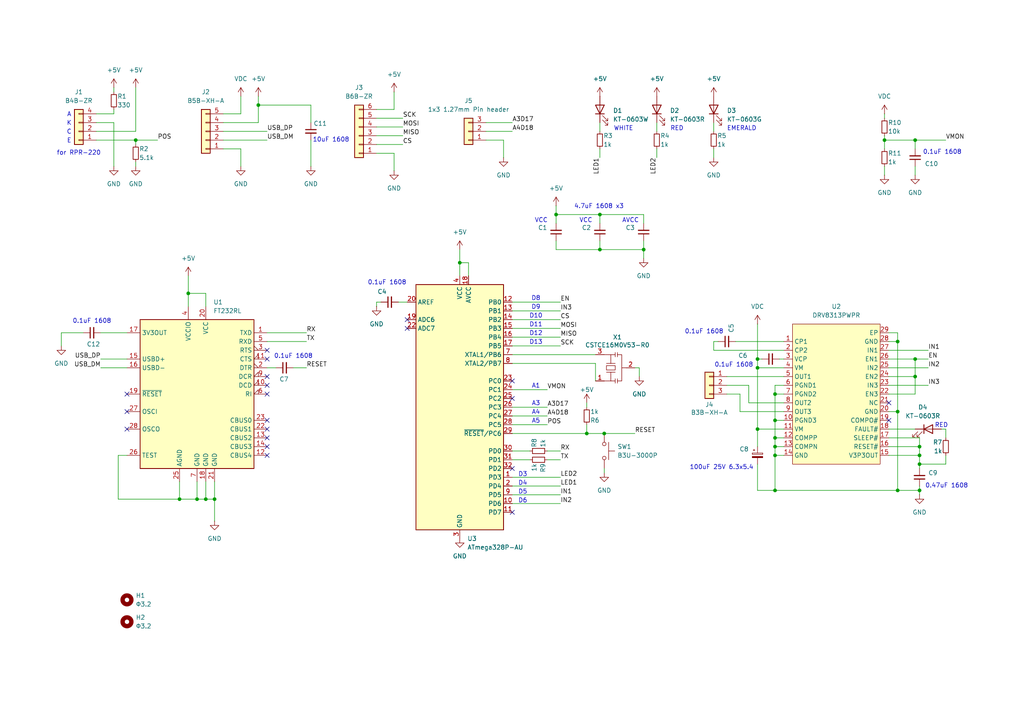
<source format=kicad_sch>
(kicad_sch (version 20231120) (generator "eeschema") (generator_version "8.0")
  (paper "A4")
  (lib_symbols
    (symbol "Arduino_Motor_Driver:DRV8313PWPR"
      (property "Reference" "U" (at 0 0 0))
      (symbol "DRV8313PWPR_1_1"
        (rectangle (start -12.7 21.59) (end 12.7 -19.05) (fill (type background)))
        (pin input line (at -15.24 16.51 0) (length 2.54) (name "CP1") (number "1"))
        (pin input line (at -15.24 -6.35 0) (length 2.54) (name "PGND3") (number "10"))
        (pin input line (at -15.24 -8.89 0) (length 2.54) (name "VM") (number "11"))
        (pin input line (at -15.24 -11.43 0) (length 2.54) (name "COMPP") (number "12"))
        (pin input line (at -15.24 -13.97 0) (length 2.54) (name "COMPN") (number "13"))
        (pin input line (at -15.24 -16.51 0) (length 2.54) (name "GND") (number "14"))
        (pin input line (at 15.24 -16.51 180) (length 2.54) (name "V3P3OUT") (number "15"))
        (pin input line (at 15.24 -13.97 180) (length 2.54) (name "RESET#") (number "16"))
        (pin input line (at 15.24 -11.43 180) (length 2.54) (name "SLEEP#") (number "17"))
        (pin input line (at 15.24 -8.89 180) (length 2.54) (name "FAULT#") (number "18"))
        (pin input line (at 15.24 -6.35 180) (length 2.54) (name "COMPO#") (number "19"))
        (pin input line (at -15.24 13.97 0) (length 2.54) (name "CP2") (number "2"))
        (pin input line (at 15.24 -3.81 180) (length 2.54) (name "GND") (number "20"))
        (pin input line (at 15.24 -1.27 180) (length 2.54) (name "NC") (number "21"))
        (pin input line (at 15.24 1.27 180) (length 2.54) (name "EN3") (number "22"))
        (pin input line (at 15.24 3.81 180) (length 2.54) (name "IN3") (number "23"))
        (pin input line (at 15.24 6.35 180) (length 2.54) (name "EN2") (number "24"))
        (pin input line (at 15.24 8.89 180) (length 2.54) (name "IN2") (number "25"))
        (pin input line (at 15.24 11.43 180) (length 2.54) (name "EN1") (number "26"))
        (pin input line (at 15.24 13.97 180) (length 2.54) (name "IN1") (number "27"))
        (pin input line (at 15.24 16.51 180) (length 2.54) (name "GND") (number "28"))
        (pin input line (at 15.24 19.05 180) (length 2.54) (name "EP") (number "29"))
        (pin input line (at -15.24 11.43 0) (length 2.54) (name "VCP") (number "3"))
        (pin input line (at -15.24 8.89 0) (length 2.54) (name "VM") (number "4"))
        (pin input line (at -15.24 6.35 0) (length 2.54) (name "OUT1") (number "5"))
        (pin input line (at -15.24 3.81 0) (length 2.54) (name "PGND1") (number "6"))
        (pin input line (at -15.24 1.27 0) (length 2.54) (name "PGND2") (number "7"))
        (pin input line (at -15.24 -1.27 0) (length 2.54) (name "OUT2") (number "8"))
        (pin input line (at -15.24 -3.81 0) (length 2.54) (name "OUT3") (number "9"))
      )
    )
    (symbol "Ceralock:CSTCE"
      (property "Reference" "X" (at 0 -8.636 0))
      (symbol "CSTCE_0_1"
        (rectangle (start -1.27 3.175) (end -1.27 0.635))
        (rectangle (start -0.635 3.175) (end 0.635 0.635))
        (polyline (pts (xy -4.445 0.635) (xy -3.175 0.635)))
        (polyline (pts (xy -3.81 1.905) (xy -3.81 0.635)))
        (polyline (pts (xy -3.175 0) (xy -4.445 0)))
        (polyline (pts (xy 0 -2.54) (xy 0 -1.27)))
        (polyline (pts (xy 3.175 0.635) (xy 4.445 0.635)))
        (polyline (pts (xy 3.81 0.635) (xy 3.81 1.905)))
        (polyline (pts (xy 4.445 0) (xy 3.175 0)))
        (polyline (pts (xy -3.81 3.81) (xy -3.81 1.905) (xy -1.27 1.905)))
        (polyline (pts (xy 1.27 1.905) (xy 3.81 1.905) (xy 3.81 3.81)))
        (polyline (pts (xy -3.81 0) (xy -3.81 -1.27) (xy 3.81 -1.27) (xy 3.81 0)))
        (rectangle (start 1.27 0.635) (end 1.27 3.175))
      )
      (symbol "CSTCE_1_1"
        (pin input line (at -3.81 6.35 270) (length 2.54) (name "") (number "1"))
        (pin power_in line (at 0 -5.08 90) (length 2.54) (name "") (number "2"))
        (pin output line (at 3.81 6.35 270) (length 2.54) (name "") (number "3"))
      )
    )
    (symbol "Connector_Generic:Conn_01x03" (pin_names (offset 1.016) hide)
      (property "Reference" "J" (at 0 5.08 0))
      (property "Value" "Conn_01x03" (at 0 -5.08 0))
      (symbol "Conn_01x03_1_1"
        (rectangle (start -1.27 -2.413) (end 0 -2.667) (stroke (width 0.1524)))
        (rectangle (start -1.27 0.127) (end 0 -0.127) (stroke (width 0.1524)))
        (rectangle (start -1.27 2.667) (end 0 2.413) (stroke (width 0.1524)))
        (rectangle (start -1.27 3.81) (end 1.27 -3.81) (stroke (width 0.254)) (fill (type background)))
        (pin passive line (at -5.08 2.54 0) (length 3.81) (name "Pin_1") (number "1"))
        (pin passive line (at -5.08 0 0) (length 3.81) (name "Pin_2") (number "2"))
        (pin passive line (at -5.08 -2.54 0) (length 3.81) (name "Pin_3") (number "3"))
      )
    )
    (symbol "Connector_Generic:Conn_01x04" (pin_names (offset 1.016) hide)
      (property "Reference" "J" (at 0 5.08 0))
      (property "Value" "Conn_01x04" (at 0 -7.62 0))
      (symbol "Conn_01x04_1_1"
        (rectangle (start -1.27 -4.953) (end 0 -5.207) (stroke (width 0.1524)))
        (rectangle (start -1.27 -2.413) (end 0 -2.667) (stroke (width 0.1524)))
        (rectangle (start -1.27 0.127) (end 0 -0.127) (stroke (width 0.1524)))
        (rectangle (start -1.27 2.667) (end 0 2.413) (stroke (width 0.1524)))
        (rectangle (start -1.27 3.81) (end 1.27 -6.35) (stroke (width 0.254)) (fill (type background)))
        (pin passive line (at -5.08 2.54 0) (length 3.81) (name "Pin_1") (number "1"))
        (pin passive line (at -5.08 0 0) (length 3.81) (name "Pin_2") (number "2"))
        (pin passive line (at -5.08 -2.54 0) (length 3.81) (name "Pin_3") (number "3"))
        (pin passive line (at -5.08 -5.08 0) (length 3.81) (name "Pin_4") (number "4"))
      )
    )
    (symbol "Connector_Generic:Conn_01x05" (pin_names (offset 1.016) hide)
      (property "Reference" "J" (at 0 7.62 0))
      (property "Value" "Conn_01x05" (at 0 -7.62 0))
      (symbol "Conn_01x05_1_1"
        (rectangle (start -1.27 -4.953) (end 0 -5.207) (stroke (width 0.1524)))
        (rectangle (start -1.27 -2.413) (end 0 -2.667) (stroke (width 0.1524)))
        (rectangle (start -1.27 0.127) (end 0 -0.127) (stroke (width 0.1524)))
        (rectangle (start -1.27 2.667) (end 0 2.413) (stroke (width 0.1524)))
        (rectangle (start -1.27 5.207) (end 0 4.953) (stroke (width 0.1524)))
        (rectangle (start -1.27 6.35) (end 1.27 -6.35) (stroke (width 0.254)) (fill (type background)))
        (pin passive line (at -5.08 5.08 0) (length 3.81) (name "Pin_1") (number "1"))
        (pin passive line (at -5.08 2.54 0) (length 3.81) (name "Pin_2") (number "2"))
        (pin passive line (at -5.08 0 0) (length 3.81) (name "Pin_3") (number "3"))
        (pin passive line (at -5.08 -2.54 0) (length 3.81) (name "Pin_4") (number "4"))
        (pin passive line (at -5.08 -5.08 0) (length 3.81) (name "Pin_5") (number "5"))
      )
    )
    (symbol "Connector_Generic:Conn_01x06" (pin_names (offset 1.016) hide)
      (property "Reference" "J" (at 0 7.62 0))
      (property "Value" "Conn_01x06" (at 0 -10.16 0))
      (symbol "Conn_01x06_1_1"
        (rectangle (start -1.27 -7.493) (end 0 -7.747) (stroke (width 0.1524)))
        (rectangle (start -1.27 -4.953) (end 0 -5.207) (stroke (width 0.1524)))
        (rectangle (start -1.27 -2.413) (end 0 -2.667) (stroke (width 0.1524)))
        (rectangle (start -1.27 0.127) (end 0 -0.127) (stroke (width 0.1524)))
        (rectangle (start -1.27 2.667) (end 0 2.413) (stroke (width 0.1524)))
        (rectangle (start -1.27 5.207) (end 0 4.953) (stroke (width 0.1524)))
        (rectangle (start -1.27 6.35) (end 1.27 -8.89) (stroke (width 0.254)) (fill (type background)))
        (pin passive line (at -5.08 5.08 0) (length 3.81) (name "Pin_1") (number "1"))
        (pin passive line (at -5.08 2.54 0) (length 3.81) (name "Pin_2") (number "2"))
        (pin passive line (at -5.08 0 0) (length 3.81) (name "Pin_3") (number "3"))
        (pin passive line (at -5.08 -2.54 0) (length 3.81) (name "Pin_4") (number "4"))
        (pin passive line (at -5.08 -5.08 0) (length 3.81) (name "Pin_5") (number "5"))
        (pin passive line (at -5.08 -7.62 0) (length 3.81) (name "Pin_6") (number "6"))
      )
    )
    (symbol "Device:C_Polarized_Small" (pin_numbers hide) (pin_names (offset 0.254) hide)
      (property "Reference" "C" (at 0.254 1.778 0))
      (property "Value" "C_Polarized_Small" (at 0.254 -2.032 0))
      (symbol "C_Polarized_Small_0_1"
        (rectangle (start -1.524 -0.3048) (end 1.524 -0.6858) (fill (type outline)))
        (rectangle (start -1.524 0.6858) (end 1.524 0.3048))
        (polyline (pts (xy -1.27 1.524) (xy -0.762 1.524)))
        (polyline (pts (xy -1.016 1.27) (xy -1.016 1.778)))
      )
      (symbol "C_Polarized_Small_1_1"
        (pin passive line (at 0 2.54 270) (length 1.8542) (name "~") (number "1"))
        (pin passive line (at 0 -2.54 90) (length 1.8542) (name "~") (number "2"))
      )
    )
    (symbol "Device:C_Small" (pin_numbers hide) (pin_names (offset 0.254) hide)
      (property "Reference" "C" (at 0.254 1.778 0))
      (property "Value" "C_Small" (at 0.254 -2.032 0))
      (symbol "C_Small_0_1"
        (polyline (pts (xy -1.524 -0.508) (xy 1.524 -0.508)) (stroke (width 0.3302)))
        (polyline (pts (xy -1.524 0.508) (xy 1.524 0.508)) (stroke (width 0.3048)))
      )
      (symbol "C_Small_1_1"
        (pin passive line (at 0 2.54 270) (length 2.032) (name "~") (number "1"))
        (pin passive line (at 0 -2.54 90) (length 2.032) (name "~") (number "2"))
      )
    )
    (symbol "Device:LED" (pin_numbers hide) (pin_names (offset 1.016) hide)
      (property "Reference" "D" (at 0 2.54 0))
      (property "Value" "LED" (at 0 -2.54 0))
      (symbol "LED_0_1"
        (polyline (pts (xy -1.27 -1.27) (xy -1.27 1.27)) (stroke (width 0.254)))
        (polyline (pts (xy -1.27 0) (xy 1.27 0)))
        (polyline (pts (xy 1.27 -1.27) (xy 1.27 1.27) (xy -1.27 0) (xy 1.27 -1.27)) (stroke (width 0.254)))
        (polyline (pts (xy -3.048 -0.762) (xy -4.572 -2.286) (xy -3.81 -2.286) (xy -4.572 -2.286) (xy -4.572 -1.524)))
        (polyline (pts (xy -1.778 -0.762) (xy -3.302 -2.286) (xy -2.54 -2.286) (xy -3.302 -2.286) (xy -3.302 -1.524)))
      )
      (symbol "LED_1_1"
        (pin passive line (at -3.81 0 0) (length 2.54) (name "K") (number "1"))
        (pin passive line (at 3.81 0 180) (length 2.54) (name "A") (number "2"))
      )
    )
    (symbol "Device:R_Small" (pin_numbers hide) (pin_names (offset 0.254) hide)
      (property "Reference" "R" (at 0.762 0.508 0))
      (property "Value" "R_Small" (at 0.762 -1.016 0))
      (symbol "R_Small_0_1"
        (rectangle (start -0.762 1.778) (end 0.762 -1.778) (stroke (width 0.2032)))
      )
      (symbol "R_Small_1_1"
        (pin passive line (at 0 2.54 270) (length 0.762) (name "~") (number "1"))
        (pin passive line (at 0 -2.54 90) (length 0.762) (name "~") (number "2"))
      )
    )
    (symbol "Interface_USB:FT232RL"
      (property "Reference" "U" (at -16.51 22.86 0))
      (property "Value" "FT232RL" (at 10.16 22.86 0))
      (symbol "FT232RL_0_1"
        (rectangle (start -16.51 21.59) (end 16.51 -21.59) (stroke (width 0.254)) (fill (type background)))
      )
      (symbol "FT232RL_1_1"
        (pin output line (at 20.32 17.78 180) (length 3.81) (name "TXD") (number "1"))
        (pin input input_low (at 20.32 2.54 180) (length 3.81) (name "DCD") (number "10"))
        (pin input input_low (at 20.32 10.16 180) (length 3.81) (name "CTS") (number "11"))
        (pin bidirectional line (at 20.32 -17.78 180) (length 3.81) (name "CBUS4") (number "12"))
        (pin bidirectional line (at 20.32 -12.7 180) (length 3.81) (name "CBUS2") (number "13"))
        (pin bidirectional line (at 20.32 -15.24 180) (length 3.81) (name "CBUS3") (number "14"))
        (pin bidirectional line (at -20.32 10.16 0) (length 3.81) (name "USBD+") (number "15"))
        (pin bidirectional line (at -20.32 7.62 0) (length 3.81) (name "USBD-") (number "16"))
        (pin power_out line (at -20.32 17.78 0) (length 3.81) (name "3V3OUT") (number "17"))
        (pin power_in line (at 2.54 -25.4 90) (length 3.81) (name "GND") (number "18"))
        (pin input line (at -20.32 0 0) (length 3.81) (name "~{RESET}") (number "19"))
        (pin output output_low (at 20.32 7.62 180) (length 3.81) (name "DTR") (number "2"))
        (pin power_in line (at 2.54 25.4 270) (length 3.81) (name "VCC") (number "20"))
        (pin power_in line (at 5.08 -25.4 90) (length 3.81) (name "GND") (number "21"))
        (pin bidirectional line (at 20.32 -10.16 180) (length 3.81) (name "CBUS1") (number "22"))
        (pin bidirectional line (at 20.32 -7.62 180) (length 3.81) (name "CBUS0") (number "23"))
        (pin power_in line (at -5.08 -25.4 90) (length 3.81) (name "AGND") (number "25"))
        (pin input line (at -20.32 -17.78 0) (length 3.81) (name "TEST") (number "26"))
        (pin input line (at -20.32 -5.08 0) (length 3.81) (name "OSCI") (number "27"))
        (pin output line (at -20.32 -10.16 0) (length 3.81) (name "OSCO") (number "28"))
        (pin output output_low (at 20.32 12.7 180) (length 3.81) (name "RTS") (number "3"))
        (pin power_in line (at -2.54 25.4 270) (length 3.81) (name "VCCIO") (number "4"))
        (pin input line (at 20.32 15.24 180) (length 3.81) (name "RXD") (number "5"))
        (pin input input_low (at 20.32 0 180) (length 3.81) (name "RI") (number "6"))
        (pin power_in line (at 0 -25.4 90) (length 3.81) (name "GND") (number "7"))
        (pin input input_low (at 20.32 5.08 180) (length 3.81) (name "DCR") (number "9"))
      )
    )
    (symbol "MCU_Microchip_ATmega:ATmega328P-A"
      (property "Reference" "U" (at -12.7 36.83 0))
      (property "Value" "ATmega328P-A" (at 2.54 -36.83 0))
      (symbol "ATmega328P-A_0_1"
        (rectangle (start -12.7 -35.56) (end 12.7 35.56) (stroke (width 0.254)) (fill (type background)))
      )
      (symbol "ATmega328P-A_1_1"
        (pin bidirectional line (at 15.24 -20.32 180) (length 2.54) (name "PD3") (number "1"))
        (pin bidirectional line (at 15.24 -27.94 180) (length 2.54) (name "PD6") (number "10"))
        (pin bidirectional line (at 15.24 -30.48 180) (length 2.54) (name "PD7") (number "11"))
        (pin bidirectional line (at 15.24 30.48 180) (length 2.54) (name "PB0") (number "12"))
        (pin bidirectional line (at 15.24 27.94 180) (length 2.54) (name "PB1") (number "13"))
        (pin bidirectional line (at 15.24 25.4 180) (length 2.54) (name "PB2") (number "14"))
        (pin bidirectional line (at 15.24 22.86 180) (length 2.54) (name "PB3") (number "15"))
        (pin bidirectional line (at 15.24 20.32 180) (length 2.54) (name "PB4") (number "16"))
        (pin bidirectional line (at 15.24 17.78 180) (length 2.54) (name "PB5") (number "17"))
        (pin power_in line (at 2.54 38.1 270) (length 2.54) (name "AVCC") (number "18"))
        (pin input line (at -15.24 25.4 0) (length 2.54) (name "ADC6") (number "19"))
        (pin bidirectional line (at 15.24 -22.86 180) (length 2.54) (name "PD4") (number "2"))
        (pin passive line (at -15.24 30.48 0) (length 2.54) (name "AREF") (number "20"))
        (pin passive line (at 0 -38.1 90) (length 2.54) hide (name "GND") (number "21"))
        (pin input line (at -15.24 22.86 0) (length 2.54) (name "ADC7") (number "22"))
        (pin bidirectional line (at 15.24 7.62 180) (length 2.54) (name "PC0") (number "23"))
        (pin bidirectional line (at 15.24 5.08 180) (length 2.54) (name "PC1") (number "24"))
        (pin bidirectional line (at 15.24 2.54 180) (length 2.54) (name "PC2") (number "25"))
        (pin bidirectional line (at 15.24 0 180) (length 2.54) (name "PC3") (number "26"))
        (pin bidirectional line (at 15.24 -2.54 180) (length 2.54) (name "PC4") (number "27"))
        (pin bidirectional line (at 15.24 -5.08 180) (length 2.54) (name "PC5") (number "28"))
        (pin bidirectional line (at 15.24 -7.62 180) (length 2.54) (name "~{RESET}/PC6") (number "29"))
        (pin power_in line (at 0 -38.1 90) (length 2.54) (name "GND") (number "3"))
        (pin bidirectional line (at 15.24 -12.7 180) (length 2.54) (name "PD0") (number "30"))
        (pin bidirectional line (at 15.24 -15.24 180) (length 2.54) (name "PD1") (number "31"))
        (pin bidirectional line (at 15.24 -17.78 180) (length 2.54) (name "PD2") (number "32"))
        (pin power_in line (at 0 38.1 270) (length 2.54) (name "VCC") (number "4"))
        (pin passive line (at 0 -38.1 90) (length 2.54) hide (name "GND") (number "5"))
        (pin passive line (at 0 38.1 270) (length 2.54) hide (name "VCC") (number "6"))
        (pin bidirectional line (at 15.24 15.24 180) (length 2.54) (name "XTAL1/PB6") (number "7"))
        (pin bidirectional line (at 15.24 12.7 180) (length 2.54) (name "XTAL2/PB7") (number "8"))
        (pin bidirectional line (at 15.24 -25.4 180) (length 2.54) (name "PD5") (number "9"))
      )
    )
    (symbol "Mechanical:MountingHole" (pin_names (offset 1.016)) (exclude_from_sim yes) (in_bom no)
      (property "Reference" "H" (at 0 5.08 0))
      (property "Value" "MountingHole" (at 0 3.175 0))
      (symbol "MountingHole_0_1"
        (circle (center 0 0) (radius 1.27) (stroke (width 1.27)))
      )
    )
    (symbol "Switch:SW_Push" (pin_numbers hide) (pin_names (offset 1.016) hide)
      (property "Reference" "SW" (at 1.27 2.54 0))
      (property "Value" "SW_Push" (at 0 -1.524 0))
      (symbol "SW_Push_0_1"
        (circle (center -2.032 0) (radius 0.508))
        (polyline (pts (xy 0 1.27) (xy 0 3.048)))
        (polyline (pts (xy 2.54 1.27) (xy -2.54 1.27)))
        (circle (center 2.032 0) (radius 0.508))
        (pin passive line (at -5.08 0 0) (length 2.54) (name "1") (number "1"))
        (pin passive line (at 5.08 0 180) (length 2.54) (name "2") (number "2"))
      )
    )
    (symbol "power:+5V" (power) (pin_numbers hide) (pin_names (offset 0) hide)
      (property "Value" "+5V" (at 0 3.556 0))
      (symbol "+5V_0_1"
        (polyline (pts (xy -0.762 1.27) (xy 0 2.54)))
        (polyline (pts (xy 0 0) (xy 0 2.54)))
        (polyline (pts (xy 0 2.54) (xy 0.762 1.27)))
      )
      (symbol "+5V_1_1"
        (pin power_in line (at 0 0 90) (length 0) (name "~") (number "1"))
      )
    )
    (symbol "power:GND" (power) (pin_numbers hide) (pin_names (offset 0) hide)
      (property "Value" "GND" (at 0 -3.81 0))
      (symbol "GND_0_1"
        (polyline (pts (xy 0 0) (xy 0 -1.27) (xy 1.27 -1.27) (xy 0 -2.54) (xy -1.27 -1.27) (xy 0 -1.27)))
      )
      (symbol "GND_1_1"
        (pin power_in line (at 0 0 270) (length 0) (name "~") (number "1"))
      )
    )
    (symbol "power:VDC" (power) (pin_numbers hide) (pin_names (offset 0) hide)
      (property "Value" "VDC" (at 0 3.556 0))
      (symbol "VDC_0_1"
        (polyline (pts (xy -0.762 1.27) (xy 0 2.54)))
        (polyline (pts (xy 0 0) (xy 0 2.54)))
        (polyline (pts (xy 0 2.54) (xy 0.762 1.27)))
      )
      (symbol "VDC_1_1"
        (pin power_in line (at 0 0 90) (length 0) (name "~") (number "1"))
      )
    )
  )
  (junction (at 173.99 72.39))
  (junction (at 186.69 72.39))
  (junction (at 175.26 125.73))
  (junction (at 170.18 125.73))
  (junction (at 173.99 62.23))
  (junction (at 260.35 99.06))
  (junction (at 74.93 30.48))
  (junction (at 54.61 85.09))
  (junction (at 52.07 144.78))
  (junction (at 224.79 132.08))
  (junction (at 224.79 129.54))
  (junction (at 224.79 142.24))
  (junction (at 39.37 40.64))
  (junction (at 57.15 144.78))
  (junction (at 224.79 114.3))
  (junction (at 265.43 109.22))
  (junction (at 133.35 76.2))
  (junction (at 59.69 144.78))
  (junction (at 266.7 129.54))
  (junction (at 260.35 119.38))
  (junction (at 256.54 40.64))
  (junction (at 266.7 132.08))
  (junction (at 62.23 144.78))
  (junction (at 219.71 104.14))
  (junction (at 265.43 40.64))
  (junction (at 219.71 124.46))
  (junction (at 265.43 104.14))
  (junction (at 266.7 142.24))
  (junction (at 224.79 127))
  (junction (at 161.29 62.23))
  (junction (at 266.7 134.62))
  (junction (at 224.79 121.92))
  (junction (at 219.71 106.68))
  (junction (at 260.35 142.24))
  (no_connect (at 77.47 127))
  (no_connect (at 118.11 95.25))
  (no_connect (at 148.59 135.89))
  (no_connect (at 77.47 132.08))
  (no_connect (at 36.83 119.38))
  (no_connect (at 148.59 110.49))
  (no_connect (at 148.59 115.57))
  (no_connect (at 77.47 114.3))
  (no_connect (at 257.81 116.84))
  (no_connect (at 77.47 104.14))
  (no_connect (at 77.47 129.54))
  (no_connect (at 77.47 101.6))
  (no_connect (at 118.11 92.71))
  (no_connect (at 77.47 109.22))
  (no_connect (at 77.47 124.46))
  (no_connect (at 257.81 121.92))
  (no_connect (at 77.47 111.76))
  (no_connect (at 36.83 124.46))
  (no_connect (at 77.47 121.92))
  (no_connect (at 148.59 148.59))
  (no_connect (at 36.83 114.3))
  (wire (pts (xy 59.69 139.7) (xy 59.69 144.78)))
  (wire (pts (xy 148.59 120.65) (xy 158.75 120.65)))
  (wire (pts (xy 190.5 35.56) (xy 190.5 38.1)))
  (wire (pts (xy 256.54 40.64) (xy 265.43 40.64)))
  (wire (pts (xy 69.85 33.02) (xy 64.77 33.02)))
  (wire (pts (xy 186.69 72.39) (xy 186.69 74.93)))
  (wire (pts (xy 158.75 133.35) (xy 162.56 133.35)))
  (wire (pts (xy 148.59 133.35) (xy 153.67 133.35)))
  (wire (pts (xy 265.43 40.64) (xy 274.32 40.64)))
  (wire (pts (xy 213.36 99.06) (xy 227.33 99.06)))
  (wire (pts (xy 135.89 76.2) (xy 135.89 80.01)))
  (wire (pts (xy 77.47 99.06) (xy 88.9 99.06)))
  (wire (pts (xy 148.59 125.73) (xy 170.18 125.73)))
  (wire (pts (xy 266.7 129.54) (xy 266.7 132.08)))
  (wire (pts (xy 140.97 38.1) (xy 148.59 38.1)))
  (wire (pts (xy 69.85 27.94) (xy 69.85 33.02)))
  (wire (pts (xy 186.69 72.39) (xy 186.69 69.85)))
  (wire (pts (xy 146.05 45.72) (xy 146.05 40.64)))
  (wire (pts (xy 90.17 35.56) (xy 90.17 30.48)))
  (wire (pts (xy 148.59 90.17) (xy 162.56 90.17)))
  (wire (pts (xy 224.79 121.92) (xy 224.79 114.3)))
  (wire (pts (xy 224.79 111.76) (xy 224.79 114.3)))
  (wire (pts (xy 227.33 116.84) (xy 217.17 116.84)))
  (wire (pts (xy 217.17 111.76) (xy 210.82 111.76)))
  (wire (pts (xy 109.22 39.37) (xy 116.84 39.37)))
  (wire (pts (xy 214.63 119.38) (xy 227.33 119.38)))
  (wire (pts (xy 173.99 72.39) (xy 186.69 72.39)))
  (wire (pts (xy 34.29 132.08) (xy 36.83 132.08)))
  (wire (pts (xy 34.29 144.78) (xy 52.07 144.78)))
  (wire (pts (xy 173.99 62.23) (xy 173.99 64.77)))
  (wire (pts (xy 64.77 40.64) (xy 77.47 40.64)))
  (wire (pts (xy 69.85 48.26) (xy 69.85 43.18)))
  (wire (pts (xy 54.61 85.09) (xy 54.61 88.9)))
  (wire (pts (xy 90.17 30.48) (xy 74.93 30.48)))
  (wire (pts (xy 59.69 144.78) (xy 62.23 144.78)))
  (wire (pts (xy 256.54 48.26) (xy 256.54 50.8)))
  (wire (pts (xy 266.7 142.24) (xy 260.35 142.24)))
  (wire (pts (xy 140.97 35.56) (xy 148.59 35.56)))
  (wire (pts (xy 33.02 31.75) (xy 33.02 33.02)))
  (wire (pts (xy 227.33 121.92) (xy 224.79 121.92)))
  (wire (pts (xy 265.43 104.14) (xy 269.24 104.14)))
  (wire (pts (xy 257.81 96.52) (xy 260.35 96.52)))
  (wire (pts (xy 207.01 99.06) (xy 208.28 99.06)))
  (wire (pts (xy 17.78 96.52) (xy 24.13 96.52)))
  (wire (pts (xy 27.94 40.64) (xy 39.37 40.64)))
  (wire (pts (xy 148.59 118.11) (xy 158.75 118.11)))
  (wire (pts (xy 64.77 35.56) (xy 74.93 35.56)))
  (wire (pts (xy 109.22 34.29) (xy 116.84 34.29)))
  (wire (pts (xy 265.43 114.3) (xy 265.43 109.22)))
  (wire (pts (xy 77.47 106.68) (xy 80.01 106.68)))
  (wire (pts (xy 257.81 106.68) (xy 269.24 106.68)))
  (wire (pts (xy 33.02 35.56) (xy 33.02 48.26)))
  (wire (pts (xy 265.43 109.22) (xy 265.43 104.14)))
  (wire (pts (xy 219.71 93.98) (xy 219.71 104.14)))
  (wire (pts (xy 54.61 85.09) (xy 59.69 85.09)))
  (wire (pts (xy 161.29 72.39) (xy 173.99 72.39)))
  (wire (pts (xy 256.54 39.37) (xy 256.54 40.64)))
  (wire (pts (xy 39.37 25.4) (xy 39.37 38.1)))
  (wire (pts (xy 54.61 80.01) (xy 54.61 85.09)))
  (wire (pts (xy 227.33 101.6) (xy 207.01 101.6)))
  (wire (pts (xy 109.22 41.91) (xy 116.84 41.91)))
  (wire (pts (xy 29.21 96.52) (xy 36.83 96.52)))
  (wire (pts (xy 214.63 114.3) (xy 214.63 119.38)))
  (wire (pts (xy 59.69 85.09) (xy 59.69 88.9)))
  (wire (pts (xy 148.59 140.97) (xy 162.56 140.97)))
  (wire (pts (xy 148.59 97.79) (xy 162.56 97.79)))
  (wire (pts (xy 224.79 127) (xy 227.33 127)))
  (wire (pts (xy 173.99 69.85) (xy 173.99 72.39)))
  (wire (pts (xy 27.94 35.56) (xy 33.02 35.56)))
  (wire (pts (xy 175.26 125.73) (xy 184.15 125.73)))
  (wire (pts (xy 74.93 30.48) (xy 74.93 27.94)))
  (wire (pts (xy 274.32 134.62) (xy 274.32 132.08)))
  (wire (pts (xy 39.37 40.64) (xy 39.37 41.91)))
  (wire (pts (xy 186.69 62.23) (xy 186.69 64.77)))
  (wire (pts (xy 90.17 40.64) (xy 90.17 48.26)))
  (wire (pts (xy 224.79 132.08) (xy 224.79 142.24)))
  (wire (pts (xy 34.29 132.08) (xy 34.29 144.78)))
  (wire (pts (xy 161.29 62.23) (xy 161.29 64.77)))
  (wire (pts (xy 62.23 144.78) (xy 62.23 151.13)))
  (wire (pts (xy 184.15 106.68) (xy 185.42 106.68)))
  (wire (pts (xy 266.7 134.62) (xy 266.7 135.89)))
  (wire (pts (xy 260.35 99.06) (xy 257.81 99.06)))
  (wire (pts (xy 257.81 111.76) (xy 269.24 111.76)))
  (wire (pts (xy 257.81 124.46) (xy 265.43 124.46)))
  (wire (pts (xy 224.79 132.08) (xy 227.33 132.08)))
  (wire (pts (xy 114.3 26.67) (xy 114.3 31.75)))
  (wire (pts (xy 170.18 116.84) (xy 170.18 118.11)))
  (wire (pts (xy 133.35 76.2) (xy 135.89 76.2)))
  (wire (pts (xy 29.21 106.68) (xy 36.83 106.68)))
  (wire (pts (xy 148.59 123.19) (xy 158.75 123.19)))
  (wire (pts (xy 260.35 142.24) (xy 224.79 142.24)))
  (wire (pts (xy 173.99 43.18) (xy 173.99 45.72)))
  (wire (pts (xy 256.54 40.64) (xy 256.54 43.18)))
  (wire (pts (xy 133.35 72.39) (xy 133.35 76.2)))
  (wire (pts (xy 161.29 59.69) (xy 161.29 62.23)))
  (wire (pts (xy 148.59 146.05) (xy 162.56 146.05)))
  (wire (pts (xy 148.59 130.81) (xy 153.67 130.81)))
  (wire (pts (xy 114.3 44.45) (xy 109.22 44.45)))
  (wire (pts (xy 39.37 46.99) (xy 39.37 48.26)))
  (wire (pts (xy 175.26 135.89) (xy 175.26 137.16)))
  (wire (pts (xy 257.81 114.3) (xy 265.43 114.3)))
  (wire (pts (xy 210.82 109.22) (xy 227.33 109.22)))
  (wire (pts (xy 33.02 33.02) (xy 27.94 33.02)))
  (wire (pts (xy 29.21 104.14) (xy 36.83 104.14)))
  (wire (pts (xy 27.94 38.1) (xy 39.37 38.1)))
  (wire (pts (xy 170.18 125.73) (xy 175.26 125.73)))
  (wire (pts (xy 148.59 95.25) (xy 162.56 95.25)))
  (wire (pts (xy 260.35 119.38) (xy 260.35 142.24)))
  (wire (pts (xy 219.71 106.68) (xy 227.33 106.68)))
  (wire (pts (xy 274.32 124.46) (xy 274.32 127)))
  (wire (pts (xy 161.29 69.85) (xy 161.29 72.39)))
  (wire (pts (xy 219.71 124.46) (xy 219.71 129.54)))
  (wire (pts (xy 273.05 124.46) (xy 274.32 124.46)))
  (wire (pts (xy 266.7 134.62) (xy 274.32 134.62)))
  (wire (pts (xy 114.3 31.75) (xy 109.22 31.75)))
  (wire (pts (xy 266.7 142.24) (xy 266.7 140.97)))
  (wire (pts (xy 256.54 33.02) (xy 256.54 34.29)))
  (wire (pts (xy 265.43 48.26) (xy 265.43 50.8)))
  (wire (pts (xy 257.81 119.38) (xy 260.35 119.38)))
  (wire (pts (xy 146.05 40.64) (xy 140.97 40.64)))
  (wire (pts (xy 266.7 143.51) (xy 266.7 142.24)))
  (wire (pts (xy 17.78 100.33) (xy 17.78 96.52)))
  (wire (pts (xy 109.22 87.63) (xy 110.49 87.63)))
  (wire (pts (xy 148.59 105.41) (xy 172.72 105.41)))
  (wire (pts (xy 210.82 114.3) (xy 214.63 114.3)))
  (wire (pts (xy 161.29 62.23) (xy 173.99 62.23)))
  (wire (pts (xy 39.37 40.64) (xy 45.72 40.64)))
  (wire (pts (xy 226.06 104.14) (xy 227.33 104.14)))
  (wire (pts (xy 260.35 119.38) (xy 260.35 99.06)))
  (wire (pts (xy 224.79 127) (xy 224.79 129.54)))
  (wire (pts (xy 217.17 116.84) (xy 217.17 111.76)))
  (wire (pts (xy 185.42 106.68) (xy 185.42 109.22)))
  (wire (pts (xy 257.81 101.6) (xy 269.24 101.6)))
  (wire (pts (xy 57.15 139.7) (xy 57.15 144.78)))
  (wire (pts (xy 190.5 43.18) (xy 190.5 45.72)))
  (wire (pts (xy 266.7 127) (xy 266.7 129.54)))
  (wire (pts (xy 33.02 25.4) (xy 33.02 26.67)))
  (wire (pts (xy 57.15 144.78) (xy 59.69 144.78)))
  (wire (pts (xy 219.71 104.14) (xy 220.98 104.14)))
  (wire (pts (xy 224.79 129.54) (xy 224.79 132.08)))
  (wire (pts (xy 257.81 132.08) (xy 266.7 132.08)))
  (wire (pts (xy 227.33 111.76) (xy 224.79 111.76)))
  (wire (pts (xy 260.35 96.52) (xy 260.35 99.06)))
  (wire (pts (xy 207.01 35.56) (xy 207.01 38.1)))
  (wire (pts (xy 170.18 123.19) (xy 170.18 125.73)))
  (wire (pts (xy 207.01 43.18) (xy 207.01 45.72)))
  (wire (pts (xy 173.99 35.56) (xy 173.99 38.1)))
  (wire (pts (xy 148.59 100.33) (xy 162.56 100.33)))
  (wire (pts (xy 265.43 40.64) (xy 265.43 43.18)))
  (wire (pts (xy 257.81 129.54) (xy 266.7 129.54)))
  (wire (pts (xy 74.93 35.56) (xy 74.93 30.48)))
  (wire (pts (xy 64.77 38.1) (xy 77.47 38.1)))
  (wire (pts (xy 219.71 142.24) (xy 224.79 142.24)))
  (wire (pts (xy 173.99 62.23) (xy 186.69 62.23)))
  (wire (pts (xy 148.59 138.43) (xy 162.56 138.43)))
  (wire (pts (xy 148.59 113.03) (xy 158.75 113.03)))
  (wire (pts (xy 257.81 104.14) (xy 265.43 104.14)))
  (wire (pts (xy 52.07 139.7) (xy 52.07 144.78)))
  (wire (pts (xy 224.79 114.3) (xy 227.33 114.3)))
  (wire (pts (xy 115.57 87.63) (xy 118.11 87.63)))
  (wire (pts (xy 266.7 132.08) (xy 266.7 134.62)))
  (wire (pts (xy 257.81 109.22) (xy 265.43 109.22)))
  (wire (pts (xy 148.59 87.63) (xy 162.56 87.63)))
  (wire (pts (xy 109.22 36.83) (xy 116.84 36.83)))
  (wire (pts (xy 133.35 76.2) (xy 133.35 80.01)))
  (wire (pts (xy 219.71 106.68) (xy 219.71 124.46)))
  (wire (pts (xy 219.71 124.46) (xy 227.33 124.46)))
  (wire (pts (xy 62.23 144.78) (xy 62.23 139.7)))
  (wire (pts (xy 207.01 101.6) (xy 207.01 99.06)))
  (wire (pts (xy 148.59 92.71) (xy 162.56 92.71)))
  (wire (pts (xy 224.79 129.54) (xy 227.33 129.54)))
  (wire (pts (xy 69.85 43.18) (xy 64.77 43.18)))
  (wire (pts (xy 88.9 106.68) (xy 85.09 106.68)))
  (wire (pts (xy 114.3 49.53) (xy 114.3 44.45)))
  (wire (pts (xy 224.79 121.92) (xy 224.79 127)))
  (wire (pts (xy 257.81 127) (xy 266.7 127)))
  (wire (pts (xy 52.07 144.78) (xy 57.15 144.78)))
  (wire (pts (xy 172.72 105.41) (xy 172.72 110.49)))
  (wire (pts (xy 219.71 134.62) (xy 219.71 142.24)))
  (wire (pts (xy 158.75 130.81) (xy 162.56 130.81)))
  (wire (pts (xy 172.72 102.87) (xy 148.59 102.87)))
  (wire (pts (xy 219.71 104.14) (xy 219.71 106.68)))
  (wire (pts (xy 77.47 96.52) (xy 88.9 96.52)))
  (wire (pts (xy 148.59 143.51) (xy 162.56 143.51)))
  (wire (pts (xy 109.22 88.9) (xy 109.22 87.63)))
  (text "D12" (at 155.448 96.774 0) (effects (font (size 1.27 1.27))))
  (text "VCC" (at 169.926 64.008 0) (effects (font (size 1.27 1.27))))
  (text "RED" (at 196.342 37.338 0) (effects (font (size 1.27 1.27))))
  (text "D10" (at 155.448 91.694 0) (effects (font (size 1.27 1.27))))
  (text "D9" (at 155.448 89.154 0) (effects (font (size 1.27 1.27))))
  (text "A1" (at 155.448 112.014 0) (effects (font (size 1.27 1.27))))
  (text "EMERALD" (at 215.138 37.338 0) (effects (font (size 1.27 1.27))))
  (text "0.1uF 1608" (at 212.852 105.918 0) (effects (font (size 1.27 1.27))))
  (text "VCC" (at 156.972 64.008 0) (effects (font (size 1.27 1.27))))
  (text "WHITE" (at 180.848 37.338 0) (effects (font (size 1.27 1.27))))
  (text "K" (at 20.066 35.814 0) (effects (font (size 1.27 1.27))))
  (text "0.1uF 1608" (at 26.67 93.218 0) (effects (font (size 1.27 1.27))))
  (text "100uF 25V 6.3x5.4" (at 209.296 135.636 0) (effects (font (size 1.27 1.27))))
  (text "A4" (at 155.448 119.634 0) (effects (font (size 1.27 1.27))))
  (text "10uF 1608" (at 96.012 40.64 0) (effects (font (size 1.27 1.27))))
  (text "A" (at 20.066 33.274 0) (effects (font (size 1.27 1.27))))
  (text "C" (at 20.066 38.354 0) (effects (font (size 1.27 1.27))))
  (text "D8\n" (at 155.448 86.614 0) (effects (font (size 1.27 1.27))))
  (text "0.1uF 1608" (at 85.09 103.378 0) (effects (font (size 1.27 1.27))))
  (text "RED" (at 273.05 123.444 0) (effects (font (size 1.27 1.27))))
  (text "AVCC" (at 182.88 64.008 0) (effects (font (size 1.27 1.27))))
  (text "for RPR-220" (at 22.86 44.45 0) (effects (font (size 1.27 1.27))))
  (text "E" (at 20.066 40.894 0) (effects (font (size 1.27 1.27))))
  (text "0.1uF 1608" (at 273.304 44.196 0) (effects (font (size 1.27 1.27))))
  (text "0.47uF 1608" (at 274.574 140.97 0) (effects (font (size 1.27 1.27))))
  (text "A5" (at 155.448 122.174 0) (effects (font (size 1.27 1.27))))
  (text "D5" (at 151.638 142.748 0) (effects (font (size 1.27 1.27))))
  (text "4.7uF 1608 x3" (at 173.736 59.944 0) (effects (font (size 1.27 1.27))))
  (text "A3" (at 155.448 117.094 0) (effects (font (size 1.27 1.27))))
  (text "0.1uF 1608" (at 112.268 82.042 0) (effects (font (size 1.27 1.27))))
  (text "D3" (at 151.638 137.668 0) (effects (font (size 1.27 1.27))))
  (text "D6" (at 151.638 145.288 0) (effects (font (size 1.27 1.27))))
  (text "D13" (at 155.448 99.314 0) (effects (font (size 1.27 1.27))))
  (text "D11" (at 155.448 94.234 0) (effects (font (size 1.27 1.27))))
  (text "D4" (at 151.638 140.208 0) (effects (font (size 1.27 1.27))))
  (text "0.1uF 1608" (at 204.216 96.266 0) (effects (font (size 1.27 1.27))))
  (label "POS" (at 45.72 40.64 0))
  (label "LED1" (at 173.99 45.72 270))
  (label "USB_DM" (at 29.21 106.68 180))
  (label "CS" (at 116.84 41.91 0))
  (label "CS" (at 162.56 92.71 0))
  (label "EN" (at 162.56 87.63 0))
  (label "MISO" (at 162.56 97.79 0))
  (label "TX" (at 162.56 133.35 0))
  (label "SCK" (at 116.84 34.29 0))
  (label "RX" (at 162.56 130.81 0))
  (label "LED2" (at 162.56 138.43 0))
  (label "POS" (at 158.75 123.19 0))
  (label "RX" (at 88.9 96.52 0))
  (label "TX" (at 88.9 99.06 0))
  (label "VMON" (at 158.75 113.03 0))
  (label "IN1" (at 269.24 101.6 0))
  (label "A3D17" (at 148.59 35.56 0))
  (label "USB_DP" (at 29.21 104.14 180))
  (label "IN3" (at 269.24 111.76 0))
  (label "LED2" (at 190.5 45.72 270))
  (label "VMON" (at 274.32 40.64 0))
  (label "IN2" (at 269.24 106.68 0))
  (label "A3D17" (at 158.75 118.11 0))
  (label "MISO" (at 116.84 39.37 0))
  (label "A4D18" (at 158.75 120.65 0))
  (label "MOSI" (at 116.84 36.83 0))
  (label "LED1" (at 162.56 140.97 0))
  (label "IN1" (at 162.56 143.51 0))
  (label "RESET" (at 88.9 106.68 0))
  (label "USB_DM" (at 77.47 40.64 0))
  (label "A4D18" (at 148.59 38.1 0))
  (label "IN3" (at 162.56 90.17 0))
  (label "RESET" (at 184.15 125.73 0))
  (label "USB_DP" (at 77.47 38.1 0))
  (label "IN2" (at 162.56 146.05 0))
  (label "MOSI" (at 162.56 95.25 0))
  (label "EN" (at 269.24 104.14 0))
  (label "SCK" (at 162.56 100.33 0))
  (symbol (lib_id "Mechanical:MountingHole") (at 36.83 180.34 0) (unit 1) (exclude_from_sim yes) (in_bom no)
    (property "Reference" "H2" (at 39.37 179.0699 0) (effects (justify left)))
    (property "Value" "Φ3.2" (at 39.37 181.6099 0) (effects (justify left)))
    (property "Footprint" "MountingHole:MountingHole_3.2mm_M3" (effects (hide yes)))
    (property "Description" "Mounting Hole without connection" (effects (hide yes)))
  )
  (symbol (lib_id "Device:LED") (at 173.99 31.75 90) (unit 1)
    (property "Reference" "D1" (at 177.8 32.0674 90) (effects (justify right)))
    (property "Value" "KT-0603W" (at 177.8 34.6074 90) (effects (justify right)))
    (property "Footprint" "LED_SMD:LED_0603_1608Metric" (effects (hide yes)))
    (property "Description" "Light emitting diode" (effects (hide yes)))
  )
  (symbol (lib_id "Connector_Generic:Conn_01x05") (at 59.69 38.1 180) (unit 1)
    (property "Reference" "J2" (at 59.69 26.67 0))
    (property "Value" "B5B-XH-A" (at 59.69 29.21 0))
    (property "Footprint" "Connector_JST:JST_XH_B5B-XH-A_1x05_P2.50mm_Vertical" (effects (hide yes)))
    (property "Description" "Generic connector, single row, 01x05, script generated (kicad-library-utils/schlib/autogen/connector/)" (effects (hide yes)))
  )
  (symbol (lib_id "power:GND") (at 186.69 74.93 0) (unit 1)
    (property "Reference" "#PWR010" (effects (hide yes)))
    (property "Value" "GND" (at 186.69 80.01 0))
    (property "Description" "Power symbol creates a global label with name \"GND\" , ground" (effects (hide yes)))
  )
  (symbol (lib_id "Device:LED") (at 269.24 124.46 0) (unit 1)
    (property "Reference" "D4" (at 267.6525 118.11 0))
    (property "Value" "KT-0603R" (at 267.6525 120.65 0))
    (property "Footprint" "LED_SMD:LED_0603_1608Metric" (effects (hide yes)))
    (property "Description" "Light emitting diode" (effects (hide yes)))
  )
  (symbol (lib_id "power:+5V") (at 207.01 27.94 0) (unit 1)
    (property "Reference" "#PWR09" (effects (hide yes)))
    (property "Value" "+5V" (at 207.01 22.86 0))
    (property "Description" "Power symbol creates a global label with name \"+5V\"" (effects (hide yes)))
  )
  (symbol (lib_id "Device:R_Small") (at 256.54 45.72 0) (unit 1)
    (property "Reference" "R11" (at 257.556 44.45 0) (effects (justify left)))
    (property "Value" "1k" (at 257.556 46.99 0) (effects (justify left)))
    (property "Footprint" "Resistor_SMD:R_0603_1608Metric" (effects (hide yes)))
    (property "Description" "Resistor, small symbol" (effects (hide yes)))
  )
  (symbol (lib_id "Connector_Generic:Conn_01x04") (at 22.86 38.1 180) (unit 1)
    (property "Reference" "J1" (at 22.86 26.67 0))
    (property "Value" "B4B-ZR" (at 22.86 29.21 0))
    (property "Footprint" "Connector_JST:JST_ZH_B4B-ZR_1x04_P1.50mm_Vertical" (effects (hide yes)))
    (property "Description" "Generic connector, single row, 01x04, script generated (kicad-library-utils/schlib/autogen/connector/)" (effects (hide yes)))
  )
  (symbol (lib_id "MCU_Microchip_ATmega:ATmega328P-A") (at 133.35 118.11 0) (unit 1)
    (property "Reference" "U3" (at 135.5441 156.21 0) (effects (justify left)))
    (property "Value" "ATmega328P-AU" (at 135.5441 158.75 0) (effects (justify left)))
    (property "Footprint" "Package_QFP:TQFP-32_7x7mm_P0.8mm" (effects (hide yes)))
    (property "Datasheet" "http://ww1.microchip.com/downloads/en/DeviceDoc/ATmega328_P%20AVR%20MCU%20with%20picoPower%20Technology%20Data%20Sheet%2040001984A.pdf" (effects (hide yes)))
    (property "Description" "20MHz, 32kB Flash, 2kB SRAM, 1kB EEPROM, TQFP-32" (effects (hide yes)))
  )
  (symbol (lib_id "power:VDC") (at 219.71 93.98 0) (unit 1)
    (property "Reference" "#PWR019" (effects (hide yes)))
    (property "Value" "VDC" (at 219.71 88.9 0))
    (property "Description" "Power symbol creates a global label with name \"VDC\"" (effects (hide yes)))
  )
  (symbol (lib_id "Device:C_Small") (at 26.67 96.52 90) (mirror x) (unit 1)
    (property "Reference" "C12" (at 25.146 99.822 90) (effects (justify right)))
    (property "Value" "CC0603KRX7R9BB104" (effects (hide yes)))
    (property "Footprint" "Capacitor_SMD:C_0603_1608Metric" (effects (hide yes)))
    (property "Description" "Unpolarized capacitor, small symbol" (effects (hide yes)))
  )
  (symbol (lib_id "power:GND") (at 185.42 109.22 0) (unit 1)
    (property "Reference" "#PWR020" (effects (hide yes)))
    (property "Value" "GND" (at 185.42 114.3 0))
    (property "Description" "Power symbol creates a global label with name \"GND\" , ground" (effects (hide yes)))
  )
  (symbol (lib_id "Ceralock:CSTCE") (at 179.07 106.68 90) (unit 1)
    (property "Reference" "X1" (at 179.07 97.79 90))
    (property "Value" "CSTCE16M0V53-R0" (at 179.07 100.076 90))
    (property "Footprint" "Ceralock:CSTCE" (effects (hide yes)))
  )
  (symbol (lib_id "Device:C_Small") (at 210.82 99.06 90) (mirror x) (unit 1)
    (property "Reference" "C5" (at 212.0965 96.52 0) (effects (justify right)))
    (property "Value" "CC0603KRX7R9BB104" (effects (hide yes)))
    (property "Footprint" "Capacitor_SMD:C_0603_1608Metric" (effects (hide yes)))
    (property "Description" "Unpolarized capacitor, small symbol" (effects (hide yes)))
  )
  (symbol (lib_id "Device:C_Small") (at 265.43 45.72 180) (unit 1)
    (property "Reference" "C10" (at 268.224 47.498 0) (effects (justify right)))
    (property "Value" "CC0603KRX7R9BB104" (effects (hide yes)))
    (property "Footprint" "Capacitor_SMD:C_0603_1608Metric" (effects (hide yes)))
    (property "Description" "Unpolarized capacitor, small symbol" (effects (hide yes)))
  )
  (symbol (lib_id "power:+5V") (at 133.35 72.39 0) (unit 1)
    (property "Reference" "#PWR016" (effects (hide yes)))
    (property "Value" "+5V" (at 133.35 67.31 0))
    (property "Description" "Power symbol creates a global label with name \"+5V\"" (effects (hide yes)))
  )
  (symbol (lib_id "power:GND") (at 114.3 49.53 0) (unit 1)
    (property "Reference" "#PWR014" (effects (hide yes)))
    (property "Value" "GND" (at 114.3 54.61 0))
    (property "Description" "Power symbol creates a global label with name \"GND\" , ground" (effects (hide yes)))
  )
  (symbol (lib_id "power:+5V") (at 54.61 80.01 0) (unit 1)
    (property "Reference" "#PWR017" (effects (hide yes)))
    (property "Value" "+5V" (at 54.61 74.93 0))
    (property "Description" "Power symbol creates a global label with name \"+5V\"" (effects (hide yes)))
  )
  (symbol (lib_id "Device:LED") (at 207.01 31.75 90) (unit 1)
    (property "Reference" "D3" (at 210.82 32.0674 90) (effects (justify right)))
    (property "Value" "KT-0603G" (at 210.82 34.6074 90) (effects (justify right)))
    (property "Footprint" "LED_SMD:LED_0603_1608Metric" (effects (hide yes)))
    (property "Description" "Light emitting diode" (effects (hide yes)))
  )
  (symbol (lib_id "power:+5V") (at 114.3 26.67 0) (unit 1)
    (property "Reference" "#PWR03" (effects (hide yes)))
    (property "Value" "+5V" (at 114.3 21.59 0))
    (property "Description" "Power symbol creates a global label with name \"+5V\"" (effects (hide yes)))
  )
  (symbol (lib_id "Device:C_Small") (at 266.7 138.43 180) (unit 1)
    (property "Reference" "C9" (at 269.24 137.1535 0) (effects (justify right)))
    (property "Value" "CL10B474KA8NNNC" (effects (hide yes)))
    (property "Footprint" "Capacitor_SMD:C_0603_1608Metric" (effects (hide yes)))
    (property "Description" "Unpolarized capacitor, small symbol" (effects (hide yes)))
  )
  (symbol (lib_id "Connector_Generic:Conn_01x03") (at 205.74 111.76 0) (mirror y) (unit 1)
    (property "Reference" "J4" (at 205.74 117.348 0))
    (property "Value" "B3B-XH-A" (at 205.74 119.634 0))
    (property "Footprint" "Connector_JST:JST_XH_B3B-XH-A_1x03_P2.50mm_Vertical" (effects (hide yes)))
    (property "Description" "Generic connector, single row, 01x03, script generated (kicad-library-utils/schlib/autogen/connector/)" (effects (hide yes)))
  )
  (symbol (lib_id "power:+5V") (at 39.37 25.4 0) (unit 1)
    (property "Reference" "#PWR02" (effects (hide yes)))
    (property "Value" "+5V" (at 39.37 20.32 0))
    (property "Description" "Power symbol creates a global label with name \"+5V\"" (effects (hide yes)))
  )
  (symbol (lib_id "Device:C_Small") (at 90.17 38.1 0) (mirror y) (unit 1)
    (property "Reference" "C11" (at 90.932 35.814 0) (effects (justify right)))
    (property "Value" "CL10A106KP8NNNC" (effects (hide yes)))
    (property "Footprint" "Capacitor_SMD:C_0603_1608Metric" (effects (hide yes)))
    (property "Description" "Unpolarized capacitor, small symbol" (effects (hide yes)))
  )
  (symbol (lib_id "Device:C_Small") (at 113.03 87.63 90) (mirror x) (unit 1)
    (property "Reference" "C4" (at 109.474 84.582 90) (effects (justify right)))
    (property "Value" "CC0603KRX7R9BB104" (effects (hide yes)))
    (property "Footprint" "Capacitor_SMD:C_0603_1608Metric" (effects (hide yes)))
    (property "Description" "Unpolarized capacitor, small symbol" (effects (hide yes)))
  )
  (symbol (lib_id "Device:R_Small") (at 156.21 130.81 90) (unit 1)
    (property "Reference" "R8" (at 154.94 129.794 0) (effects (justify left)))
    (property "Value" "1k" (at 157.48 129.794 0) (effects (justify left)))
    (property "Footprint" "Resistor_SMD:R_0603_1608Metric" (effects (hide yes)))
    (property "Description" "Resistor, small symbol" (effects (hide yes)))
  )
  (symbol (lib_id "power:GND") (at 109.22 88.9 0) (unit 1)
    (property "Reference" "#PWR018" (effects (hide yes)))
    (property "Value" "GND" (at 109.22 93.98 0))
    (property "Description" "Power symbol creates a global label with name \"GND\" , ground" (effects (hide yes)))
  )
  (symbol (lib_id "power:GND") (at 90.17 48.26 0) (unit 1)
    (property "Reference" "#PWR030" (effects (hide yes)))
    (property "Value" "GND" (at 90.17 53.34 0))
    (property "Description" "Power symbol creates a global label with name \"GND\" , ground" (effects (hide yes)))
  )
  (symbol (lib_id "Device:R_Small") (at 156.21 133.35 270) (unit 1)
    (property "Reference" "R9" (at 157.48 134.366 0) (effects (justify left)))
    (property "Value" "1k" (at 154.94 134.366 0) (effects (justify left)))
    (property "Footprint" "Resistor_SMD:R_0603_1608Metric" (effects (hide yes)))
    (property "Description" "Resistor, small symbol" (effects (hide yes)))
  )
  (symbol (lib_id "power:GND") (at 146.05 45.72 0) (unit 1)
    (property "Reference" "#PWR028" (effects (hide yes)))
    (property "Value" "GND" (at 146.05 50.8 0))
    (property "Description" "Power symbol creates a global label with name \"GND\" , ground" (effects (hide yes)))
  )
  (symbol (lib_id "Device:C_Small") (at 173.99 67.31 0) (mirror x) (unit 1)
    (property "Reference" "C2" (at 171.45 66.0335 0) (effects (justify right)))
    (property "Value" "CL10A475KO8NNNC" (effects (hide yes)))
    (property "Footprint" "Capacitor_SMD:C_0603_1608Metric" (effects (hide yes)))
    (property "Description" "Unpolarized capacitor, small symbol" (effects (hide yes)))
  )
  (symbol (lib_id "Switch:SW_Push") (at 175.26 130.81 270) (unit 1)
    (property "Reference" "SW1" (at 179.07 129.5399 90) (effects (justify left)))
    (property "Value" "B3U-3000P" (at 179.07 132.0799 90) (effects (justify left)))
    (property "Footprint" "Button_Switch_SMD:SW_SPST_B3U-3000P-B" (effects (hide yes)))
    (property "Description" "Push button switch, generic, two pins" (effects (hide yes)))
  )
  (symbol (lib_id "power:GND") (at 256.54 50.8 0) (unit 1)
    (property "Reference" "#PWR027" (effects (hide yes)))
    (property "Value" "GND" (at 256.54 55.88 0))
    (property "Description" "Power symbol creates a global label with name \"GND\" , ground" (effects (hide yes)))
  )
  (symbol (lib_id "power:+5V") (at 170.18 116.84 0) (unit 1)
    (property "Reference" "#PWR021" (effects (hide yes)))
    (property "Value" "+5V" (at 170.18 113.03 0))
    (property "Description" "Power symbol creates a global label with name \"+5V\"" (effects (hide yes)))
  )
  (symbol (lib_id "power:GND") (at 62.23 151.13 0) (unit 1)
    (property "Reference" "#PWR024" (effects (hide yes)))
    (property "Value" "GND" (at 62.23 156.21 0))
    (property "Description" "Power symbol creates a global label with name \"GND\" , ground" (effects (hide yes)))
  )
  (symbol (lib_id "Device:R_Small") (at 207.01 40.64 0) (unit 1)
    (property "Reference" "R5" (at 208.026 39.37 0) (effects (justify left)))
    (property "Value" "1k" (at 208.026 41.91 0) (effects (justify left)))
    (property "Footprint" "Resistor_SMD:R_0603_1608Metric" (effects (hide yes)))
    (property "Description" "Resistor, small symbol" (effects (hide yes)))
  )
  (symbol (lib_id "power:GND") (at 33.02 48.26 0) (unit 1)
    (property "Reference" "#PWR011" (effects (hide yes)))
    (property "Value" "GND" (at 33.02 53.34 0))
    (property "Description" "Power symbol creates a global label with name \"GND\" , ground" (effects (hide yes)))
  )
  (symbol (lib_id "Arduino_Motor_Driver:DRV8313PWPR") (at 242.57 115.57 0) (unit 1)
    (property "Reference" "U2" (at 242.57 88.9 0))
    (property "Value" "DRV8313PWPR" (at 242.57 91.44 0))
    (property "Footprint" "Package_SO:HTSSOP-28-1EP_4.4x9.7mm_P0.65mm_EP2.75x6.2mm_ThermalVias" (effects (hide yes)))
  )
  (symbol (lib_id "Device:C_Small") (at 82.55 106.68 90) (mirror x) (unit 1)
    (property "Reference" "C7" (at 81.026 109.982 90) (effects (justify right)))
    (property "Value" "CC0603KRX7R9BB104" (effects (hide yes)))
    (property "Footprint" "Capacitor_SMD:C_0603_1608Metric" (effects (hide yes)))
    (property "Description" "Unpolarized capacitor, small symbol" (effects (hide yes)))
  )
  (symbol (lib_id "power:VDC") (at 256.54 33.02 0) (unit 1)
    (property "Reference" "#PWR026" (effects (hide yes)))
    (property "Value" "VDC" (at 256.54 27.94 0))
    (property "Description" "Power symbol creates a global label with name \"VDC\"" (effects (hide yes)))
  )
  (symbol (lib_id "power:GND") (at 207.01 45.72 0) (unit 1)
    (property "Reference" "#PWR015" (effects (hide yes)))
    (property "Value" "GND" (at 207.01 50.8 0))
    (property "Description" "Power symbol creates a global label with name \"GND\" , ground" (effects (hide yes)))
  )
  (symbol (lib_id "Device:C_Small") (at 223.52 104.14 90) (mirror x) (unit 1)
    (property "Reference" "C6" (at 214.122 103.124 90) (effects (justify right)))
    (property "Value" "CC0603KRX7R9BB104" (effects (hide yes)))
    (property "Footprint" "Capacitor_SMD:C_0603_1608Metric" (effects (hide yes)))
    (property "Description" "Unpolarized capacitor, small symbol" (effects (hide yes)))
  )
  (symbol (lib_id "Connector_Generic:Conn_01x06") (at 104.14 39.37 180) (unit 1)
    (property "Reference" "J3" (at 104.14 25.4 0))
    (property "Value" "B6B-ZR" (at 104.14 27.94 0))
    (property "Footprint" "Connector_JST:JST_ZH_B6B-ZR_1x06_P1.50mm_Vertical" (effects (hide yes)))
    (property "Description" "Generic connector, single row, 01x06, script generated (kicad-library-utils/schlib/autogen/connector/)" (effects (hide yes)))
  )
  (symbol (lib_id "power:VDC") (at 69.85 27.94 0) (unit 1)
    (property "Reference" "#PWR04" (effects (hide yes)))
    (property "Value" "VDC" (at 69.85 22.86 0))
    (property "Description" "Power symbol creates a global label with name \"VDC\"" (effects (hide yes)))
  )
  (symbol (lib_id "power:GND") (at 133.35 156.21 0) (unit 1)
    (property "Reference" "#PWR025" (effects (hide yes)))
    (property "Value" "GND" (at 133.35 161.29 0))
    (property "Description" "Power symbol creates a global label with name \"GND\" , ground" (effects (hide yes)))
  )
  (symbol (lib_id "power:+5V") (at 33.02 25.4 0) (unit 1)
    (property "Reference" "#PWR01" (effects (hide yes)))
    (property "Value" "+5V" (at 33.02 20.32 0))
    (property "Description" "Power symbol creates a global label with name \"+5V\"" (effects (hide yes)))
  )
  (symbol (lib_id "Device:R_Small") (at 39.37 44.45 0) (unit 1)
    (property "Reference" "R2" (at 40.386 43.18 0) (effects (justify left)))
    (property "Value" "5.1k" (at 40.386 45.72 0) (effects (justify left)))
    (property "Footprint" "Resistor_SMD:R_0603_1608Metric" (effects (hide yes)))
    (property "Description" "Resistor, small symbol" (effects (hide yes)))
  )
  (symbol (lib_id "power:GND") (at 265.43 50.8 0) (unit 1)
    (property "Reference" "#PWR029" (effects (hide yes)))
    (property "Value" "GND" (at 265.43 55.88 0))
    (property "Description" "Power symbol creates a global label with name \"GND\" , ground" (effects (hide yes)))
  )
  (symbol (lib_id "Device:R_Small") (at 173.99 40.64 0) (unit 1)
    (property "Reference" "R3" (at 175.006 39.37 0) (effects (justify left)))
    (property "Value" "1k" (at 175.006 41.91 0) (effects (justify left)))
    (property "Footprint" "Resistor_SMD:R_0603_1608Metric" (effects (hide yes)))
    (property "Description" "Resistor, small symbol" (effects (hide yes)))
  )
  (symbol (lib_id "power:+5V") (at 173.99 27.94 0) (unit 1)
    (property "Reference" "#PWR07" (effects (hide yes)))
    (property "Value" "+5V" (at 173.99 22.86 0))
    (property "Description" "Power symbol creates a global label with name \"+5V\"" (effects (hide yes)))
  )
  (symbol (lib_id "power:GND") (at 69.85 48.26 0) (unit 1)
    (property "Reference" "#PWR013" (effects (hide yes)))
    (property "Value" "GND" (at 69.85 53.34 0))
    (property "Description" "Power symbol creates a global label with name \"GND\" , ground" (effects (hide yes)))
  )
  (symbol (lib_id "Device:R_Small") (at 190.5 40.64 0) (unit 1)
    (property "Reference" "R4" (at 191.516 39.37 0) (effects (justify left)))
    (property "Value" "1k" (at 191.516 41.91 0) (effects (justify left)))
    (property "Footprint" "Resistor_SMD:R_0603_1608Metric" (effects (hide yes)))
    (property "Description" "Resistor, small symbol" (effects (hide yes)))
  )
  (symbol (lib_id "Mechanical:MountingHole") (at 36.83 173.99 0) (unit 1) (exclude_from_sim yes) (in_bom no)
    (property "Reference" "H1" (at 39.37 172.7199 0) (effects (justify left)))
    (property "Value" "Φ3.2" (at 39.37 175.2599 0) (effects (justify left)))
    (property "Footprint" "MountingHole:MountingHole_3.2mm_M3" (effects (hide yes)))
    (property "Description" "Mounting Hole without connection" (effects (hide yes)))
  )
  (symbol (lib_id "power:GND") (at 39.37 48.26 0) (unit 1)
    (property "Reference" "#PWR012" (effects (hide yes)))
    (property "Value" "GND" (at 39.37 53.34 0))
    (property "Description" "Power symbol creates a global label with name \"GND\" , ground" (effects (hide yes)))
  )
  (symbol (lib_id "Device:C_Polarized_Small") (at 219.71 132.08 0) (unit 1)
    (property "Reference" "C8" (at 217.17 130.2638 0) (effects (justify right)))
    (property "Value" "RST100UF25V004" (effects (hide yes)))
    (property "Footprint" "Capacitor_SMD:CP_Elec_6.3x5.4" (effects (hide yes)))
    (property "Description" "Polarized capacitor, small symbol" (effects (hide yes)))
  )
  (symbol (lib_id "Interface_USB:FT232RL") (at 57.15 114.3 0) (unit 1)
    (property "Reference" "U1" (at 61.8841 87.63 0) (effects (justify left)))
    (property "Value" "FT232RL" (at 61.8841 90.17 0) (effects (justify left)))
    (property "Footprint" "Package_SO:SSOP-28_5.3x10.2mm_P0.65mm" (effects (hide yes)))
    (property "Datasheet" "https://www.ftdichip.com/Support/Documents/DataSheets/ICs/DS_FT232R.pdf" (effects (hide yes)))
    (property "Description" "USB to Serial Interface, SSOP-28" (effects (hide yes)))
  )
  (symbol (lib_id "power:GND") (at 266.7 143.51 0) (unit 1)
    (property "Reference" "#PWR023" (effects (hide yes)))
    (property "Value" "GND" (at 266.7 148.59 0))
    (property "Description" "Power symbol creates a global label with name \"GND\" , ground" (effects (hide yes)))
  )
  (symbol (lib_id "power:GND") (at 17.78 100.33 0) (unit 1)
    (property "Reference" "#PWR031" (effects (hide yes)))
    (property "Value" "GND" (at 17.78 105.41 0))
    (property "Description" "Power symbol creates a global label with name \"GND\" , ground" (effects (hide yes)))
  )
  (symbol (lib_id "Device:R_Small") (at 274.32 129.54 0) (mirror y) (unit 1)
    (property "Reference" "R7" (at 273.304 128.27 0) (effects (justify left)))
    (property "Value" "1k" (at 273.304 130.81 0) (effects (justify left)))
    (property "Footprint" "Resistor_SMD:R_0603_1608Metric" (effects (hide yes)))
    (property "Description" "Resistor, small symbol" (effects (hide yes)))
  )
  (symbol (lib_id "Device:C_Small") (at 186.69 67.31 0) (mirror x) (unit 1)
    (property "Reference" "C3" (at 184.15 66.0335 0) (effects (justify right)))
    (property "Value" "CL10A475KO8NNNC" (effects (hide yes)))
    (property "Footprint" "Capacitor_SMD:C_0603_1608Metric" (effects (hide yes)))
    (property "Description" "Unpolarized capacitor, small symbol" (effects (hide yes)))
  )
  (symbol (lib_id "power:GND") (at 175.26 137.16 0) (unit 1)
    (property "Reference" "#PWR022" (effects (hide yes)))
    (property "Value" "GND" (at 175.26 142.24 0))
    (property "Description" "Power symbol creates a global label with name \"GND\" , ground" (effects (hide yes)))
  )
  (symbol (lib_id "Connector_Generic:Conn_01x03") (at 135.89 38.1 180) (unit 1)
    (property "Reference" "J5" (at 135.89 29.21 0))
    (property "Value" "1x3 1.27mm Pin header" (at 135.89 31.75 0))
    (property "Footprint" "Connector_PinHeader_1.27mm:PinHeader_1x03_P1.27mm_Vertical" (effects (hide yes)))
    (property "Description" "Generic connector, single row, 01x03, script generated (kicad-library-utils/schlib/autogen/connector/)" (effects (hide yes)))
  )
  (symbol (lib_id "power:+5V") (at 190.5 27.94 0) (unit 1)
    (property "Reference" "#PWR08" (effects (hide yes)))
    (property "Value" "+5V" (at 190.5 22.86 0))
    (property "Description" "Power symbol creates a global label with name \"+5V\"" (effects (hide yes)))
  )
  (symbol (lib_id "Device:R_Small") (at 256.54 36.83 0) (unit 1)
    (property "Reference" "R10" (at 257.556 35.56 0) (effects (justify left)))
    (property "Value" "10k" (at 257.556 38.1 0) (effects (justify left)))
    (property "Footprint" "Resistor_SMD:R_0603_1608Metric" (effects (hide yes)))
    (property "Description" "Resistor, small symbol" (effects (hide yes)))
  )
  (symbol (lib_id "Device:R_Small") (at 170.18 120.65 0) (mirror x) (unit 1)
    (property "Reference" "R6" (at 171.196 121.92 0) (effects (justify left)))
    (property "Value" "1k" (at 171.196 119.38 0) (effects (justify left)))
    (property "Footprint" "Resistor_SMD:R_0603_1608Metric" (effects (hide yes)))
    (property "Description" "Resistor, small symbol" (effects (hide yes)))
  )
  (symbol (lib_id "power:+5V") (at 74.93 27.94 0) (unit 1)
    (property "Reference" "#PWR05" (effects (hide yes)))
    (property "Value" "+5V" (at 74.93 22.86 0))
    (property "Description" "Power symbol creates a global label with name \"+5V\"" (effects (hide yes)))
  )
  (symbol (lib_id "Device:LED") (at 190.5 31.75 90) (unit 1)
    (property "Reference" "D2" (at 194.31 32.0674 90) (effects (justify right)))
    (property "Value" "KT-0603R" (at 194.31 34.6074 90) (effects (justify right)))
    (property "Footprint" "LED_SMD:LED_0603_1608Metric" (effects (hide yes)))
    (property "Description" "Light emitting diode" (effects (hide yes)))
  )
  (symbol (lib_id "Device:R_Small") (at 33.02 29.21 0) (unit 1)
    (property "Reference" "R1" (at 34.036 27.94 0) (effects (justify left)))
    (property "Value" "330" (at 34.036 30.48 0) (effects (justify left)))
    (property "Footprint" "Resistor_SMD:R_0603_1608Metric" (effects (hide yes)))
    (property "Description" "Resistor, small symbol" (effects (hide yes)))
  )
  (symbol (lib_id "Device:C_Small") (at 161.29 67.31 0) (mirror x) (unit 1)
    (property "Reference" "C1" (at 158.75 66.0335 0) (effects (justify right)))
    (property "Value" "CL10A475KO8NNNC" (effects (hide yes)))
    (property "Footprint" "Capacitor_SMD:C_0603_1608Metric" (effects (hide yes)))
    (property "Description" "Unpolarized capacitor, small symbol" (effects (hide yes)))
  )
  (symbol (lib_id "power:+5V") (at 161.29 59.69 0) (unit 1)
    (property "Reference" "#PWR06" (effects (hide yes)))
    (property "Value" "+5V" (at 161.29 54.61 0))
    (property "Description" "Power symbol creates a global label with name \"+5V\"" (effects (hide yes)))
  )
)
</source>
